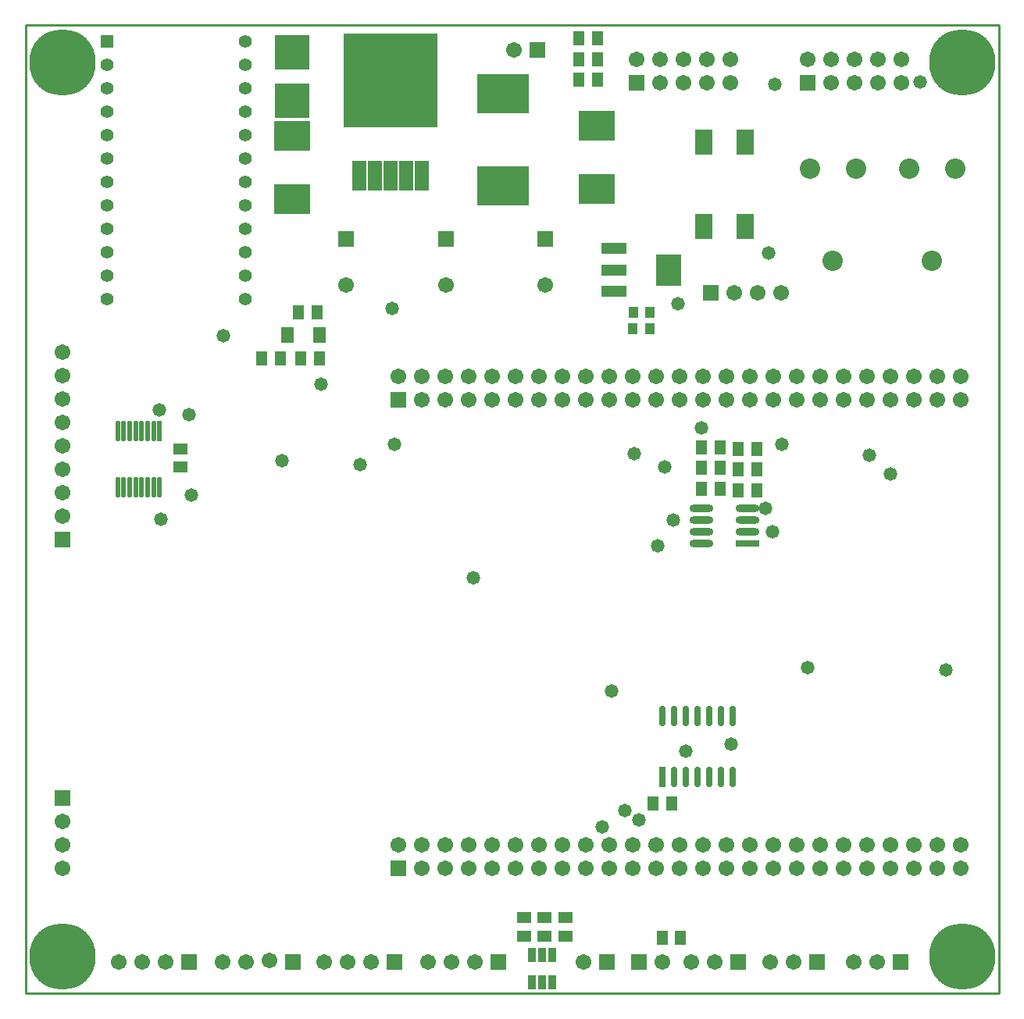
<source format=gts>
%FSLAX25Y25*%
%MOIN*%
G70*
G01*
G75*
G04 Layer_Color=8388736*
%ADD10R,0.03937X0.05118*%
%ADD11R,0.21654X0.15748*%
%ADD12R,0.39370X0.39370*%
%ADD13R,0.05512X0.11811*%
%ADD14R,0.14961X0.11811*%
%ADD15R,0.04921X0.06299*%
%ADD16R,0.07000X0.10000*%
%ADD17R,0.10039X0.03740*%
%ADD18R,0.10039X0.12992*%
%ADD19R,0.03150X0.03740*%
%ADD20R,0.05118X0.03937*%
%ADD21O,0.01378X0.08268*%
%ADD22R,0.01378X0.08268*%
%ADD23R,0.09449X0.02362*%
%ADD24O,0.09449X0.02362*%
%ADD25R,0.02000X0.08000*%
%ADD26O,0.02000X0.08000*%
%ADD27R,0.02756X0.05118*%
%ADD28C,0.01000*%
%ADD29C,0.03000*%
%ADD30R,0.04724X0.04724*%
%ADD31C,0.04724*%
%ADD32C,0.05906*%
%ADD33R,0.05906X0.05906*%
%ADD34C,0.07874*%
%ADD35R,0.05906X0.05906*%
%ADD36R,0.13780X0.13780*%
%ADD37C,0.05000*%
%ADD38C,0.27559*%
%ADD39C,0.00787*%
%ADD40C,0.00984*%
%ADD41C,0.00591*%
%ADD42C,0.00800*%
%ADD43R,0.04737X0.05918*%
%ADD44R,0.22453X0.16548*%
%ADD45R,0.40170X0.40170*%
%ADD46R,0.06312X0.12611*%
%ADD47R,0.15761X0.12611*%
%ADD48R,0.05721X0.07099*%
%ADD49R,0.07800X0.10800*%
%ADD50R,0.10839X0.04540*%
%ADD51R,0.10839X0.13792*%
%ADD52R,0.03950X0.04540*%
%ADD53R,0.05918X0.04737*%
%ADD54O,0.02178X0.09068*%
%ADD55R,0.02178X0.09068*%
%ADD56R,0.10249X0.03162*%
%ADD57O,0.10249X0.03162*%
%ADD58R,0.02800X0.08800*%
%ADD59O,0.02800X0.08800*%
%ADD60R,0.03556X0.05918*%
%ADD61R,0.05524X0.05524*%
%ADD62C,0.05524*%
%ADD63C,0.06706*%
%ADD64R,0.06706X0.06706*%
%ADD65C,0.08674*%
%ADD66R,0.06706X0.06706*%
%ADD67R,0.14579X0.14579*%
%ADD68C,0.05800*%
%ADD69C,0.28359*%
D28*
X0Y2849100D02*
Y3262486D01*
Y2849100D02*
X415354D01*
Y3262486D01*
X0D02*
X415354D01*
D43*
X236221Y3248032D02*
D03*
X244094D02*
D03*
Y3239173D02*
D03*
X236221D02*
D03*
X244094Y3256890D02*
D03*
X236221D02*
D03*
X124425Y3139764D02*
D03*
X116551D02*
D03*
X125409Y3120079D02*
D03*
X117535D02*
D03*
X108677D02*
D03*
X100803D02*
D03*
X304134Y3063976D02*
D03*
X312008D02*
D03*
Y3072835D02*
D03*
X304134D02*
D03*
X312008Y3081693D02*
D03*
X304134D02*
D03*
X296260Y3064551D02*
D03*
X288386D02*
D03*
X296260Y3073409D02*
D03*
X288386D02*
D03*
X296260Y3082268D02*
D03*
X288386D02*
D03*
X275590Y2930118D02*
D03*
X267717D02*
D03*
X271654Y2873031D02*
D03*
X279528D02*
D03*
D44*
X203795Y3193894D02*
D03*
Y3233264D02*
D03*
D45*
X155795Y3238854D02*
D03*
D46*
X169181Y3198303D02*
D03*
X162488D02*
D03*
X155795D02*
D03*
X149102D02*
D03*
X142409D02*
D03*
D47*
X113878Y3188255D02*
D03*
Y3215155D02*
D03*
X243795Y3219529D02*
D03*
Y3192629D02*
D03*
D48*
X111713Y3130358D02*
D03*
X125295D02*
D03*
D49*
X289471Y3176472D02*
D03*
X307188D02*
D03*
Y3212473D02*
D03*
X289471D02*
D03*
D50*
X251083Y3167110D02*
D03*
Y3158055D02*
D03*
Y3149000D02*
D03*
D51*
X274508Y3158055D02*
D03*
D52*
X266339Y3132874D02*
D03*
X259252D02*
D03*
X266496Y3139945D02*
D03*
X259409D02*
D03*
D53*
X65945Y3081693D02*
D03*
Y3073819D02*
D03*
X230315Y2881480D02*
D03*
Y2873606D02*
D03*
X221457Y2881480D02*
D03*
Y2873606D02*
D03*
X212598Y2881480D02*
D03*
Y2873606D02*
D03*
D54*
X39272Y3065339D02*
D03*
X41831D02*
D03*
X44390D02*
D03*
X46949D02*
D03*
X49508D02*
D03*
X52067D02*
D03*
X54626D02*
D03*
X57185D02*
D03*
X39272Y3089354D02*
D03*
X41831D02*
D03*
X44390D02*
D03*
X46949D02*
D03*
X49508D02*
D03*
X52067D02*
D03*
X54626D02*
D03*
D55*
X57185D02*
D03*
D56*
X307976Y3041201D02*
D03*
D57*
Y3046201D02*
D03*
Y3051201D02*
D03*
Y3056201D02*
D03*
X288291Y3041201D02*
D03*
Y3046201D02*
D03*
Y3051201D02*
D03*
Y3056201D02*
D03*
D58*
X271654Y2941520D02*
D03*
D59*
X276654D02*
D03*
X281653D02*
D03*
X286653D02*
D03*
X291653D02*
D03*
X296654D02*
D03*
X301654D02*
D03*
Y2967520D02*
D03*
X296654D02*
D03*
X291653D02*
D03*
X286653D02*
D03*
X281653D02*
D03*
X276654D02*
D03*
X271654D02*
D03*
D60*
X216142Y2854020D02*
D03*
X220473Y2854020D02*
D03*
X224803D02*
D03*
Y2865634D02*
D03*
X220473D02*
D03*
X216142D02*
D03*
D61*
X34795Y3255579D02*
D03*
D62*
Y3245579D02*
D03*
Y3235579D02*
D03*
Y3225579D02*
D03*
Y3215579D02*
D03*
Y3205579D02*
D03*
Y3195579D02*
D03*
Y3185579D02*
D03*
Y3175579D02*
D03*
Y3165579D02*
D03*
Y3155579D02*
D03*
Y3145579D02*
D03*
X93890Y3255579D02*
D03*
Y3245579D02*
D03*
Y3235579D02*
D03*
Y3225579D02*
D03*
Y3215579D02*
D03*
Y3205579D02*
D03*
Y3195579D02*
D03*
Y3185579D02*
D03*
Y3175579D02*
D03*
Y3165579D02*
D03*
Y3155579D02*
D03*
Y3145579D02*
D03*
D63*
X136795Y3151536D02*
D03*
X179295D02*
D03*
X221795D02*
D03*
X302323Y3148213D02*
D03*
X312323D02*
D03*
X322323D02*
D03*
X169000Y2902563D02*
D03*
X179000D02*
D03*
X189000D02*
D03*
X199000D02*
D03*
X209000D02*
D03*
X219000D02*
D03*
X229000D02*
D03*
X239000D02*
D03*
X249000D02*
D03*
X259000D02*
D03*
X269000D02*
D03*
X279000D02*
D03*
X289000D02*
D03*
X299000D02*
D03*
X309000D02*
D03*
X319000D02*
D03*
X329000D02*
D03*
X339000D02*
D03*
X349000D02*
D03*
X359000D02*
D03*
X369000D02*
D03*
X379000D02*
D03*
X389000D02*
D03*
X399000D02*
D03*
X159000Y2912563D02*
D03*
X169000D02*
D03*
X179000D02*
D03*
X189000D02*
D03*
X199000D02*
D03*
X209000D02*
D03*
X219000D02*
D03*
X229000D02*
D03*
X239000D02*
D03*
X249000D02*
D03*
X259000D02*
D03*
X269000D02*
D03*
X279000D02*
D03*
X289000D02*
D03*
X299000D02*
D03*
X309000D02*
D03*
X319000D02*
D03*
X329000D02*
D03*
X339000D02*
D03*
X349000D02*
D03*
X359000D02*
D03*
X369000D02*
D03*
X379000D02*
D03*
X389000D02*
D03*
X399000D02*
D03*
X169000Y3102563D02*
D03*
X179000D02*
D03*
X189000D02*
D03*
X199000D02*
D03*
X209000D02*
D03*
X219000D02*
D03*
X229000D02*
D03*
X239000D02*
D03*
X249000D02*
D03*
X259000D02*
D03*
X269000D02*
D03*
X279000D02*
D03*
X289000D02*
D03*
X299000D02*
D03*
X309000D02*
D03*
X319000D02*
D03*
X329000D02*
D03*
X339000D02*
D03*
X349000D02*
D03*
X359000D02*
D03*
X369000D02*
D03*
X379000D02*
D03*
X389000D02*
D03*
X399000D02*
D03*
X159000Y3112563D02*
D03*
X169000D02*
D03*
X179000D02*
D03*
X189000D02*
D03*
X199000D02*
D03*
X209000D02*
D03*
X219000D02*
D03*
X229000D02*
D03*
X239000D02*
D03*
X249000D02*
D03*
X259000D02*
D03*
X269000D02*
D03*
X279000D02*
D03*
X289000D02*
D03*
X299000D02*
D03*
X309000D02*
D03*
X319000D02*
D03*
X329000D02*
D03*
X339000D02*
D03*
X349000D02*
D03*
X359000D02*
D03*
X369000D02*
D03*
X379000D02*
D03*
X389000D02*
D03*
X399000D02*
D03*
X238032Y2862531D02*
D03*
X271811D02*
D03*
X353410D02*
D03*
X363409D02*
D03*
X317598D02*
D03*
X327598D02*
D03*
X284134D02*
D03*
X294134D02*
D03*
X191772D02*
D03*
X181772D02*
D03*
X171772D02*
D03*
X147480D02*
D03*
X137480D02*
D03*
X127480D02*
D03*
X104173Y2863268D02*
D03*
X94173Y2862531D02*
D03*
X84173D02*
D03*
X59882D02*
D03*
X49882D02*
D03*
X39882D02*
D03*
X15748Y2922661D02*
D03*
Y2912661D02*
D03*
Y2902661D02*
D03*
Y3052898D02*
D03*
Y3122898D02*
D03*
Y3112898D02*
D03*
Y3102898D02*
D03*
Y3092898D02*
D03*
Y3082898D02*
D03*
Y3072898D02*
D03*
Y3062898D02*
D03*
X270827Y3237780D02*
D03*
X280827D02*
D03*
X290827D02*
D03*
X300827D02*
D03*
X260827Y3247779D02*
D03*
X270827D02*
D03*
X280827D02*
D03*
X290827D02*
D03*
X300827D02*
D03*
X343661Y3237780D02*
D03*
X353661D02*
D03*
X363661D02*
D03*
X373661D02*
D03*
X333661Y3247779D02*
D03*
X343661D02*
D03*
X353661D02*
D03*
X363661D02*
D03*
X373661D02*
D03*
X208504Y3251968D02*
D03*
D64*
X136795Y3171221D02*
D03*
X179295D02*
D03*
X221795D02*
D03*
X15748Y2932661D02*
D03*
Y3042898D02*
D03*
D65*
X386811Y3161992D02*
D03*
X376969Y3201362D02*
D03*
X396654D02*
D03*
X344488Y3161992D02*
D03*
X334646Y3201362D02*
D03*
X354331D02*
D03*
D66*
X292323Y3148213D02*
D03*
X159000Y2902563D02*
D03*
Y3102563D02*
D03*
X248031Y2862531D02*
D03*
X261811D02*
D03*
X373410D02*
D03*
X337598D02*
D03*
X304134D02*
D03*
X201772D02*
D03*
X157480D02*
D03*
X114173D02*
D03*
X69882D02*
D03*
X260827Y3237780D02*
D03*
X333661D02*
D03*
X218504Y3251968D02*
D03*
D67*
X113878Y3230248D02*
D03*
Y3250917D02*
D03*
D68*
X84300Y3130000D02*
D03*
X261700Y2923400D02*
D03*
X57900Y3051700D02*
D03*
X109300Y3076500D02*
D03*
X259842Y3079724D02*
D03*
X125984Y3109252D02*
D03*
X315846Y3056201D02*
D03*
X322835Y3083661D02*
D03*
X288386Y3090551D02*
D03*
X272638Y3073819D02*
D03*
X250000Y2978346D02*
D03*
X319882Y3237205D02*
D03*
X316929Y3165354D02*
D03*
X157480Y3083661D02*
D03*
X269685Y3040354D02*
D03*
X278543Y3143701D02*
D03*
X142717Y3074803D02*
D03*
X70866Y3062008D02*
D03*
X190945Y3026575D02*
D03*
X156496Y3141732D02*
D03*
X333661Y2988189D02*
D03*
X255906Y2927165D02*
D03*
X392717Y2987205D02*
D03*
X381889Y3238182D02*
D03*
X369094Y3070866D02*
D03*
X360236Y3078740D02*
D03*
X318898Y3046260D02*
D03*
X276575Y3051181D02*
D03*
X246062Y2920270D02*
D03*
X301181Y2955709D02*
D03*
X281653Y2952598D02*
D03*
X57200Y3098400D02*
D03*
X69800Y3096200D02*
D03*
D69*
X15748Y2864748D02*
D03*
Y3246638D02*
D03*
X399606D02*
D03*
Y2864748D02*
D03*
M02*

</source>
